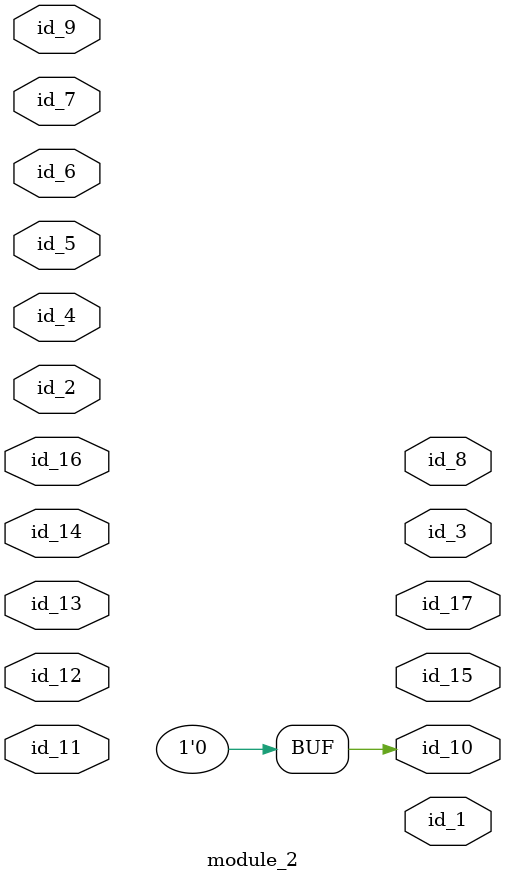
<source format=v>
module module_0 ();
  wire id_1;
  wire id_2;
  assign module_1.id_0 = 0;
endmodule
module module_1 (
    output wand id_0
);
  assign id_0 = -1 - 1;
  module_0 modCall_1 ();
  wire id_2;
  assign id_0 = 1;
  wire id_3;
endmodule
module module_2 (
    id_1,
    id_2,
    id_3,
    id_4,
    id_5,
    id_6,
    id_7,
    id_8,
    id_9,
    id_10,
    id_11,
    id_12,
    id_13,
    id_14,
    id_15,
    id_16,
    id_17
);
  output wire id_17;
  inout wire id_16;
  output wire id_15;
  inout wire id_14;
  inout wire id_13;
  input wire id_12;
  input wire id_11;
  output wire id_10;
  inout wire id_9;
  output wire id_8;
  input wire id_7;
  input wire id_6;
  inout wire id_5;
  inout wire id_4;
  output wire id_3;
  inout wire id_2;
  output wire id_1;
  wire id_18, id_19;
  module_0 modCall_1 ();
  assign id_10 = !-1;
  wire id_20;
endmodule

</source>
